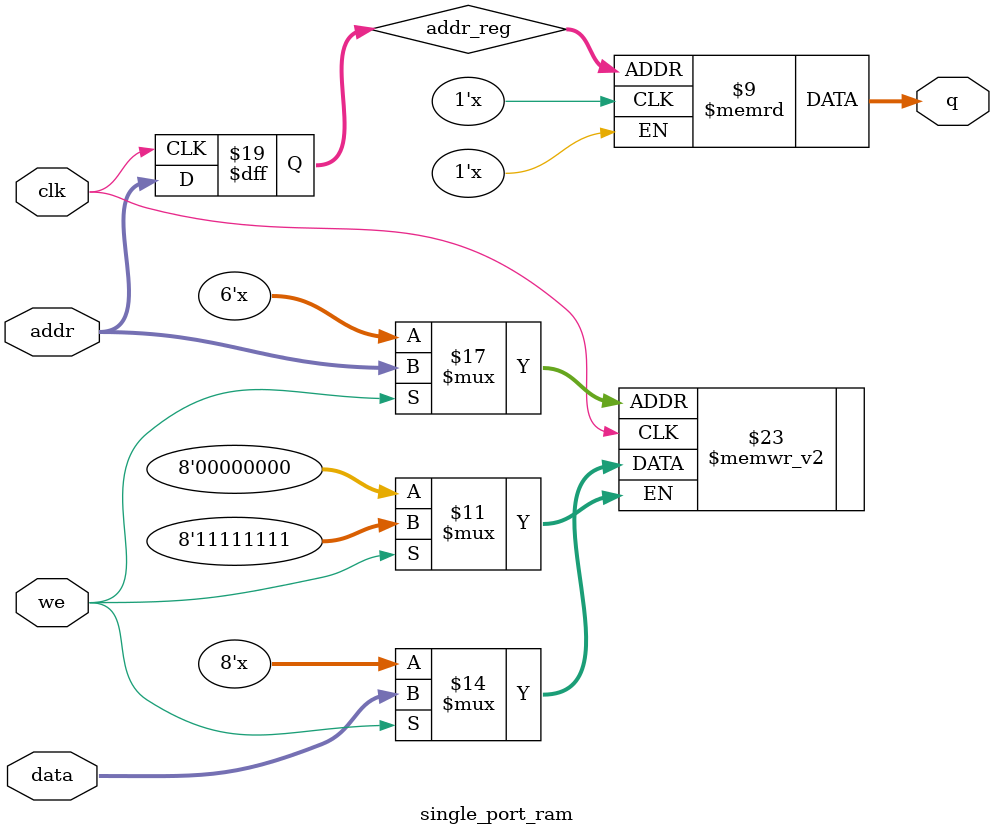
<source format=v>
module single_port_ram #(
parameter DATA_WIDTH =8,
parameter ADDR_WIDTH =6
)
(
	input [DATA_WIDTH-1:0] data,
	input [ADDR_WIDTH-1:0] addr,
	input we, clk,
	output [DATA_WIDTH-1:0] q
);

	// Declare the RAM variable
	reg [DATA_WIDTH-1:0] ram[ADDR_WIDTH-1:0];
	
	// Variable to hold the registered read address
	reg [ADDR_WIDTH-1:0] addr_reg;
	
	always @ (posedge clk)
	begin
	// Write
		if (we)
			ram[addr] <= data;
		
		addr_reg <= addr;
		
	end
		
	// Continuous assignment implies read returns NEW data.
	// This is the natural behavior of the TriMatrix memory
	// blocks in Single Port mode.  
	assign q = ram[addr_reg];
	
endmodule

</source>
